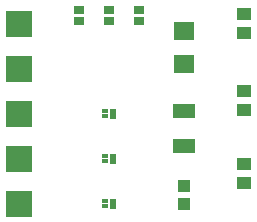
<source format=gbr>
G04 EAGLE Gerber RS-274X export*
G75*
%MOMM*%
%FSLAX34Y34*%
%LPD*%
%INSoldermask Top*%
%IPPOS*%
%AMOC8*
5,1,8,0,0,1.08239X$1,22.5*%
G01*
G04 Define Apertures*
%ADD10R,0.823200X0.763200*%
%ADD11R,1.953200X1.303200*%
%ADD12R,0.603200X0.453200*%
%ADD13R,0.603200X0.903200*%
%ADD14R,1.153200X1.103200*%
%ADD15R,1.703200X1.603200*%
%ADD16R,1.003200X1.003200*%
%ADD17R,2.203200X2.203200*%
D10*
X139700Y192824D03*
X139700Y202424D03*
X114300Y192824D03*
X114300Y202424D03*
X88900Y192824D03*
X88900Y202424D03*
D11*
X177800Y116600D03*
X177800Y86600D03*
D12*
X110800Y116550D03*
X110800Y112050D03*
D13*
X117800Y114300D03*
D12*
X110800Y78450D03*
X110800Y73950D03*
D13*
X117800Y76200D03*
D12*
X110800Y40350D03*
X110800Y35850D03*
D13*
X117800Y38100D03*
D14*
X228600Y198500D03*
X228600Y182500D03*
X228600Y133626D03*
X228600Y117626D03*
X228600Y71500D03*
X228600Y55500D03*
D15*
X177800Y184024D03*
X177800Y156024D03*
D16*
X177800Y38100D03*
X177800Y53100D03*
D17*
X38100Y190500D03*
X38100Y152400D03*
X38100Y114300D03*
X38100Y76200D03*
X38100Y38100D03*
M02*

</source>
